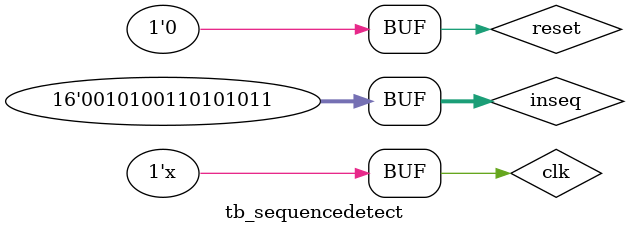
<source format=v>
module tb_sequencedetect;

reg clk;
reg reset;
reg datain;
wire sequencedetect;
reg [15:0] inseq;
integer i;
sequencedetector ss(
.clk(clk),
.reset(reset),
.datain(datain),
.sequencedetect(sequencedetect)
);

always #10 clk=~clk;  
initial begin
clk<=0;
#10 reset <=1;
#15 reset<=0;
inseq = 16'b0010100110101011;
i=0;

end
always@(posedge clk)begin
datain<= inseq>>i;
i=i+1;
end
endmodule

</source>
